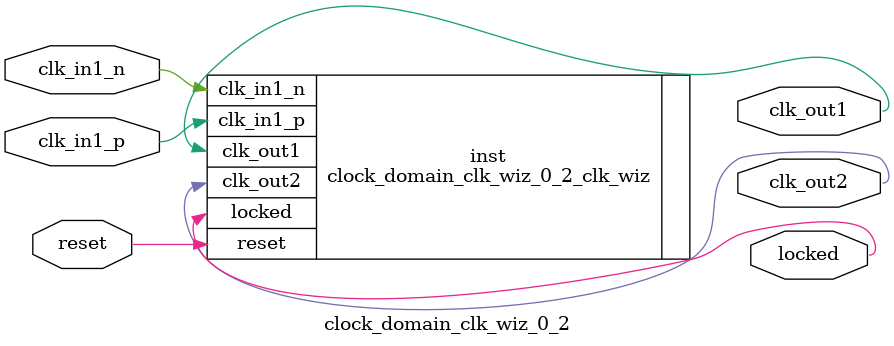
<source format=v>


`timescale 1ps/1ps

(* CORE_GENERATION_INFO = "clock_domain_clk_wiz_0_2,clk_wiz_v6_0_4_0_0,{component_name=clock_domain_clk_wiz_0_2,use_phase_alignment=false,use_min_o_jitter=false,use_max_i_jitter=false,use_dyn_phase_shift=false,use_inclk_switchover=false,use_dyn_reconfig=false,enable_axi=0,feedback_source=FDBK_AUTO,PRIMITIVE=PLL,num_out_clk=2,clkin1_period=3.333,clkin2_period=10.0,use_power_down=false,use_reset=true,use_locked=true,use_inclk_stopped=false,feedback_type=SINGLE,CLOCK_MGR_TYPE=NA,manual_override=false}" *)

module clock_domain_clk_wiz_0_2 
 (
  // Clock out ports
  output        clk_out1,
  output        clk_out2,
  // Status and control signals
  input         reset,
  output        locked,
 // Clock in ports
  input         clk_in1_p,
  input         clk_in1_n
 );

  clock_domain_clk_wiz_0_2_clk_wiz inst
  (
  // Clock out ports  
  .clk_out1(clk_out1),
  .clk_out2(clk_out2),
  // Status and control signals               
  .reset(reset), 
  .locked(locked),
 // Clock in ports
  .clk_in1_p(clk_in1_p),
  .clk_in1_n(clk_in1_n)
  );

endmodule

</source>
